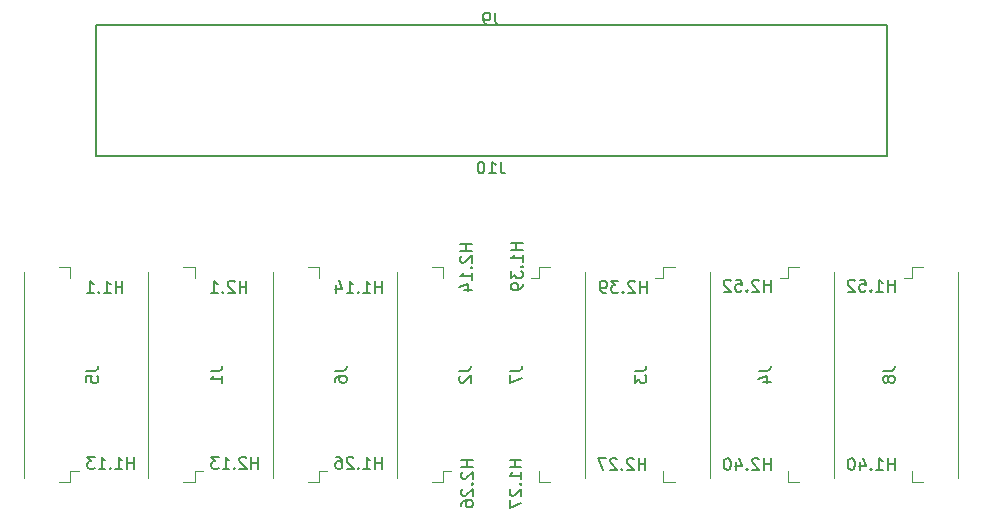
<source format=gbo>
G04 #@! TF.GenerationSoftware,KiCad,Pcbnew,7.0.9-1.fc38*
G04 #@! TF.CreationDate,2023-11-17T02:49:10-03:00*
G04 #@! TF.ProjectId,pc104-adapter-top,70633130-342d-4616-9461-707465722d74,v2.1*
G04 #@! TF.SameCoordinates,Original*
G04 #@! TF.FileFunction,Legend,Bot*
G04 #@! TF.FilePolarity,Positive*
%FSLAX46Y46*%
G04 Gerber Fmt 4.6, Leading zero omitted, Abs format (unit mm)*
G04 Created by KiCad (PCBNEW 7.0.9-1.fc38) date 2023-11-17 02:49:10*
%MOMM*%
%LPD*%
G01*
G04 APERTURE LIST*
%ADD10C,0.160000*%
%ADD11C,0.150000*%
%ADD12C,0.120000*%
G04 APERTURE END LIST*
D10*
X113430000Y-52916000D02*
X113430000Y-63976000D01*
X180370000Y-52916000D02*
X113430000Y-52916000D01*
X113430000Y-63976000D02*
X180370000Y-63976000D01*
X180370000Y-63976000D02*
X180370000Y-52916000D01*
X170552380Y-75454299D02*
X170552380Y-74454299D01*
X170552380Y-74930489D02*
X169980952Y-74930489D01*
X169980952Y-75454299D02*
X169980952Y-74454299D01*
X169552380Y-74549537D02*
X169504761Y-74501918D01*
X169504761Y-74501918D02*
X169409523Y-74454299D01*
X169409523Y-74454299D02*
X169171428Y-74454299D01*
X169171428Y-74454299D02*
X169076190Y-74501918D01*
X169076190Y-74501918D02*
X169028571Y-74549537D01*
X169028571Y-74549537D02*
X168980952Y-74644775D01*
X168980952Y-74644775D02*
X168980952Y-74740013D01*
X168980952Y-74740013D02*
X169028571Y-74882870D01*
X169028571Y-74882870D02*
X169599999Y-75454299D01*
X169599999Y-75454299D02*
X168980952Y-75454299D01*
X168552380Y-75359060D02*
X168504761Y-75406680D01*
X168504761Y-75406680D02*
X168552380Y-75454299D01*
X168552380Y-75454299D02*
X168599999Y-75406680D01*
X168599999Y-75406680D02*
X168552380Y-75359060D01*
X168552380Y-75359060D02*
X168552380Y-75454299D01*
X167600000Y-74454299D02*
X168076190Y-74454299D01*
X168076190Y-74454299D02*
X168123809Y-74930489D01*
X168123809Y-74930489D02*
X168076190Y-74882870D01*
X168076190Y-74882870D02*
X167980952Y-74835251D01*
X167980952Y-74835251D02*
X167742857Y-74835251D01*
X167742857Y-74835251D02*
X167647619Y-74882870D01*
X167647619Y-74882870D02*
X167600000Y-74930489D01*
X167600000Y-74930489D02*
X167552381Y-75025727D01*
X167552381Y-75025727D02*
X167552381Y-75263822D01*
X167552381Y-75263822D02*
X167600000Y-75359060D01*
X167600000Y-75359060D02*
X167647619Y-75406680D01*
X167647619Y-75406680D02*
X167742857Y-75454299D01*
X167742857Y-75454299D02*
X167980952Y-75454299D01*
X167980952Y-75454299D02*
X168076190Y-75406680D01*
X168076190Y-75406680D02*
X168123809Y-75359060D01*
X167171428Y-74549537D02*
X167123809Y-74501918D01*
X167123809Y-74501918D02*
X167028571Y-74454299D01*
X167028571Y-74454299D02*
X166790476Y-74454299D01*
X166790476Y-74454299D02*
X166695238Y-74501918D01*
X166695238Y-74501918D02*
X166647619Y-74549537D01*
X166647619Y-74549537D02*
X166600000Y-74644775D01*
X166600000Y-74644775D02*
X166600000Y-74740013D01*
X166600000Y-74740013D02*
X166647619Y-74882870D01*
X166647619Y-74882870D02*
X167219047Y-75454299D01*
X167219047Y-75454299D02*
X166600000Y-75454299D01*
X145254299Y-71447619D02*
X144254299Y-71447619D01*
X144730489Y-71447619D02*
X144730489Y-72019047D01*
X145254299Y-72019047D02*
X144254299Y-72019047D01*
X144349537Y-72447619D02*
X144301918Y-72495238D01*
X144301918Y-72495238D02*
X144254299Y-72590476D01*
X144254299Y-72590476D02*
X144254299Y-72828571D01*
X144254299Y-72828571D02*
X144301918Y-72923809D01*
X144301918Y-72923809D02*
X144349537Y-72971428D01*
X144349537Y-72971428D02*
X144444775Y-73019047D01*
X144444775Y-73019047D02*
X144540013Y-73019047D01*
X144540013Y-73019047D02*
X144682870Y-72971428D01*
X144682870Y-72971428D02*
X145254299Y-72400000D01*
X145254299Y-72400000D02*
X145254299Y-73019047D01*
X145159060Y-73447619D02*
X145206680Y-73495238D01*
X145206680Y-73495238D02*
X145254299Y-73447619D01*
X145254299Y-73447619D02*
X145206680Y-73400000D01*
X145206680Y-73400000D02*
X145159060Y-73447619D01*
X145159060Y-73447619D02*
X145254299Y-73447619D01*
X145254299Y-74447618D02*
X145254299Y-73876190D01*
X145254299Y-74161904D02*
X144254299Y-74161904D01*
X144254299Y-74161904D02*
X144397156Y-74066666D01*
X144397156Y-74066666D02*
X144492394Y-73971428D01*
X144492394Y-73971428D02*
X144540013Y-73876190D01*
X144587632Y-75304761D02*
X145254299Y-75304761D01*
X144206680Y-75066666D02*
X144920965Y-74828571D01*
X144920965Y-74828571D02*
X144920965Y-75447618D01*
X159952380Y-90554299D02*
X159952380Y-89554299D01*
X159952380Y-90030489D02*
X159380952Y-90030489D01*
X159380952Y-90554299D02*
X159380952Y-89554299D01*
X158952380Y-89649537D02*
X158904761Y-89601918D01*
X158904761Y-89601918D02*
X158809523Y-89554299D01*
X158809523Y-89554299D02*
X158571428Y-89554299D01*
X158571428Y-89554299D02*
X158476190Y-89601918D01*
X158476190Y-89601918D02*
X158428571Y-89649537D01*
X158428571Y-89649537D02*
X158380952Y-89744775D01*
X158380952Y-89744775D02*
X158380952Y-89840013D01*
X158380952Y-89840013D02*
X158428571Y-89982870D01*
X158428571Y-89982870D02*
X158999999Y-90554299D01*
X158999999Y-90554299D02*
X158380952Y-90554299D01*
X157952380Y-90459060D02*
X157904761Y-90506680D01*
X157904761Y-90506680D02*
X157952380Y-90554299D01*
X157952380Y-90554299D02*
X157999999Y-90506680D01*
X157999999Y-90506680D02*
X157952380Y-90459060D01*
X157952380Y-90459060D02*
X157952380Y-90554299D01*
X157523809Y-89649537D02*
X157476190Y-89601918D01*
X157476190Y-89601918D02*
X157380952Y-89554299D01*
X157380952Y-89554299D02*
X157142857Y-89554299D01*
X157142857Y-89554299D02*
X157047619Y-89601918D01*
X157047619Y-89601918D02*
X157000000Y-89649537D01*
X157000000Y-89649537D02*
X156952381Y-89744775D01*
X156952381Y-89744775D02*
X156952381Y-89840013D01*
X156952381Y-89840013D02*
X157000000Y-89982870D01*
X157000000Y-89982870D02*
X157571428Y-90554299D01*
X157571428Y-90554299D02*
X156952381Y-90554299D01*
X156619047Y-89554299D02*
X155952381Y-89554299D01*
X155952381Y-89554299D02*
X156380952Y-90554299D01*
X181052380Y-90554299D02*
X181052380Y-89554299D01*
X181052380Y-90030489D02*
X180480952Y-90030489D01*
X180480952Y-90554299D02*
X180480952Y-89554299D01*
X179480952Y-90554299D02*
X180052380Y-90554299D01*
X179766666Y-90554299D02*
X179766666Y-89554299D01*
X179766666Y-89554299D02*
X179861904Y-89697156D01*
X179861904Y-89697156D02*
X179957142Y-89792394D01*
X179957142Y-89792394D02*
X180052380Y-89840013D01*
X179052380Y-90459060D02*
X179004761Y-90506680D01*
X179004761Y-90506680D02*
X179052380Y-90554299D01*
X179052380Y-90554299D02*
X179099999Y-90506680D01*
X179099999Y-90506680D02*
X179052380Y-90459060D01*
X179052380Y-90459060D02*
X179052380Y-90554299D01*
X178147619Y-89887632D02*
X178147619Y-90554299D01*
X178385714Y-89506680D02*
X178623809Y-90220965D01*
X178623809Y-90220965D02*
X178004762Y-90220965D01*
X177433333Y-89554299D02*
X177338095Y-89554299D01*
X177338095Y-89554299D02*
X177242857Y-89601918D01*
X177242857Y-89601918D02*
X177195238Y-89649537D01*
X177195238Y-89649537D02*
X177147619Y-89744775D01*
X177147619Y-89744775D02*
X177100000Y-89935251D01*
X177100000Y-89935251D02*
X177100000Y-90173346D01*
X177100000Y-90173346D02*
X177147619Y-90363822D01*
X177147619Y-90363822D02*
X177195238Y-90459060D01*
X177195238Y-90459060D02*
X177242857Y-90506680D01*
X177242857Y-90506680D02*
X177338095Y-90554299D01*
X177338095Y-90554299D02*
X177433333Y-90554299D01*
X177433333Y-90554299D02*
X177528571Y-90506680D01*
X177528571Y-90506680D02*
X177576190Y-90459060D01*
X177576190Y-90459060D02*
X177623809Y-90363822D01*
X177623809Y-90363822D02*
X177671428Y-90173346D01*
X177671428Y-90173346D02*
X177671428Y-89935251D01*
X177671428Y-89935251D02*
X177623809Y-89744775D01*
X177623809Y-89744775D02*
X177576190Y-89649537D01*
X177576190Y-89649537D02*
X177528571Y-89601918D01*
X177528571Y-89601918D02*
X177433333Y-89554299D01*
X149454299Y-89747619D02*
X148454299Y-89747619D01*
X148930489Y-89747619D02*
X148930489Y-90319047D01*
X149454299Y-90319047D02*
X148454299Y-90319047D01*
X149454299Y-91319047D02*
X149454299Y-90747619D01*
X149454299Y-91033333D02*
X148454299Y-91033333D01*
X148454299Y-91033333D02*
X148597156Y-90938095D01*
X148597156Y-90938095D02*
X148692394Y-90842857D01*
X148692394Y-90842857D02*
X148740013Y-90747619D01*
X149359060Y-91747619D02*
X149406680Y-91795238D01*
X149406680Y-91795238D02*
X149454299Y-91747619D01*
X149454299Y-91747619D02*
X149406680Y-91700000D01*
X149406680Y-91700000D02*
X149359060Y-91747619D01*
X149359060Y-91747619D02*
X149454299Y-91747619D01*
X148549537Y-92176190D02*
X148501918Y-92223809D01*
X148501918Y-92223809D02*
X148454299Y-92319047D01*
X148454299Y-92319047D02*
X148454299Y-92557142D01*
X148454299Y-92557142D02*
X148501918Y-92652380D01*
X148501918Y-92652380D02*
X148549537Y-92699999D01*
X148549537Y-92699999D02*
X148644775Y-92747618D01*
X148644775Y-92747618D02*
X148740013Y-92747618D01*
X148740013Y-92747618D02*
X148882870Y-92699999D01*
X148882870Y-92699999D02*
X149454299Y-92128571D01*
X149454299Y-92128571D02*
X149454299Y-92747618D01*
X148454299Y-93080952D02*
X148454299Y-93747618D01*
X148454299Y-93747618D02*
X149454299Y-93319047D01*
X116652380Y-90454299D02*
X116652380Y-89454299D01*
X116652380Y-89930489D02*
X116080952Y-89930489D01*
X116080952Y-90454299D02*
X116080952Y-89454299D01*
X115080952Y-90454299D02*
X115652380Y-90454299D01*
X115366666Y-90454299D02*
X115366666Y-89454299D01*
X115366666Y-89454299D02*
X115461904Y-89597156D01*
X115461904Y-89597156D02*
X115557142Y-89692394D01*
X115557142Y-89692394D02*
X115652380Y-89740013D01*
X114652380Y-90359060D02*
X114604761Y-90406680D01*
X114604761Y-90406680D02*
X114652380Y-90454299D01*
X114652380Y-90454299D02*
X114699999Y-90406680D01*
X114699999Y-90406680D02*
X114652380Y-90359060D01*
X114652380Y-90359060D02*
X114652380Y-90454299D01*
X113652381Y-90454299D02*
X114223809Y-90454299D01*
X113938095Y-90454299D02*
X113938095Y-89454299D01*
X113938095Y-89454299D02*
X114033333Y-89597156D01*
X114033333Y-89597156D02*
X114128571Y-89692394D01*
X114128571Y-89692394D02*
X114223809Y-89740013D01*
X113319047Y-89454299D02*
X112700000Y-89454299D01*
X112700000Y-89454299D02*
X113033333Y-89835251D01*
X113033333Y-89835251D02*
X112890476Y-89835251D01*
X112890476Y-89835251D02*
X112795238Y-89882870D01*
X112795238Y-89882870D02*
X112747619Y-89930489D01*
X112747619Y-89930489D02*
X112700000Y-90025727D01*
X112700000Y-90025727D02*
X112700000Y-90263822D01*
X112700000Y-90263822D02*
X112747619Y-90359060D01*
X112747619Y-90359060D02*
X112795238Y-90406680D01*
X112795238Y-90406680D02*
X112890476Y-90454299D01*
X112890476Y-90454299D02*
X113176190Y-90454299D01*
X113176190Y-90454299D02*
X113271428Y-90406680D01*
X113271428Y-90406680D02*
X113319047Y-90359060D01*
X181052380Y-75454299D02*
X181052380Y-74454299D01*
X181052380Y-74930489D02*
X180480952Y-74930489D01*
X180480952Y-75454299D02*
X180480952Y-74454299D01*
X179480952Y-75454299D02*
X180052380Y-75454299D01*
X179766666Y-75454299D02*
X179766666Y-74454299D01*
X179766666Y-74454299D02*
X179861904Y-74597156D01*
X179861904Y-74597156D02*
X179957142Y-74692394D01*
X179957142Y-74692394D02*
X180052380Y-74740013D01*
X179052380Y-75359060D02*
X179004761Y-75406680D01*
X179004761Y-75406680D02*
X179052380Y-75454299D01*
X179052380Y-75454299D02*
X179099999Y-75406680D01*
X179099999Y-75406680D02*
X179052380Y-75359060D01*
X179052380Y-75359060D02*
X179052380Y-75454299D01*
X178100000Y-74454299D02*
X178576190Y-74454299D01*
X178576190Y-74454299D02*
X178623809Y-74930489D01*
X178623809Y-74930489D02*
X178576190Y-74882870D01*
X178576190Y-74882870D02*
X178480952Y-74835251D01*
X178480952Y-74835251D02*
X178242857Y-74835251D01*
X178242857Y-74835251D02*
X178147619Y-74882870D01*
X178147619Y-74882870D02*
X178100000Y-74930489D01*
X178100000Y-74930489D02*
X178052381Y-75025727D01*
X178052381Y-75025727D02*
X178052381Y-75263822D01*
X178052381Y-75263822D02*
X178100000Y-75359060D01*
X178100000Y-75359060D02*
X178147619Y-75406680D01*
X178147619Y-75406680D02*
X178242857Y-75454299D01*
X178242857Y-75454299D02*
X178480952Y-75454299D01*
X178480952Y-75454299D02*
X178576190Y-75406680D01*
X178576190Y-75406680D02*
X178623809Y-75359060D01*
X177671428Y-74549537D02*
X177623809Y-74501918D01*
X177623809Y-74501918D02*
X177528571Y-74454299D01*
X177528571Y-74454299D02*
X177290476Y-74454299D01*
X177290476Y-74454299D02*
X177195238Y-74501918D01*
X177195238Y-74501918D02*
X177147619Y-74549537D01*
X177147619Y-74549537D02*
X177100000Y-74644775D01*
X177100000Y-74644775D02*
X177100000Y-74740013D01*
X177100000Y-74740013D02*
X177147619Y-74882870D01*
X177147619Y-74882870D02*
X177719047Y-75454299D01*
X177719047Y-75454299D02*
X177100000Y-75454299D01*
X160052380Y-75554299D02*
X160052380Y-74554299D01*
X160052380Y-75030489D02*
X159480952Y-75030489D01*
X159480952Y-75554299D02*
X159480952Y-74554299D01*
X159052380Y-74649537D02*
X159004761Y-74601918D01*
X159004761Y-74601918D02*
X158909523Y-74554299D01*
X158909523Y-74554299D02*
X158671428Y-74554299D01*
X158671428Y-74554299D02*
X158576190Y-74601918D01*
X158576190Y-74601918D02*
X158528571Y-74649537D01*
X158528571Y-74649537D02*
X158480952Y-74744775D01*
X158480952Y-74744775D02*
X158480952Y-74840013D01*
X158480952Y-74840013D02*
X158528571Y-74982870D01*
X158528571Y-74982870D02*
X159099999Y-75554299D01*
X159099999Y-75554299D02*
X158480952Y-75554299D01*
X158052380Y-75459060D02*
X158004761Y-75506680D01*
X158004761Y-75506680D02*
X158052380Y-75554299D01*
X158052380Y-75554299D02*
X158099999Y-75506680D01*
X158099999Y-75506680D02*
X158052380Y-75459060D01*
X158052380Y-75459060D02*
X158052380Y-75554299D01*
X157671428Y-74554299D02*
X157052381Y-74554299D01*
X157052381Y-74554299D02*
X157385714Y-74935251D01*
X157385714Y-74935251D02*
X157242857Y-74935251D01*
X157242857Y-74935251D02*
X157147619Y-74982870D01*
X157147619Y-74982870D02*
X157100000Y-75030489D01*
X157100000Y-75030489D02*
X157052381Y-75125727D01*
X157052381Y-75125727D02*
X157052381Y-75363822D01*
X157052381Y-75363822D02*
X157100000Y-75459060D01*
X157100000Y-75459060D02*
X157147619Y-75506680D01*
X157147619Y-75506680D02*
X157242857Y-75554299D01*
X157242857Y-75554299D02*
X157528571Y-75554299D01*
X157528571Y-75554299D02*
X157623809Y-75506680D01*
X157623809Y-75506680D02*
X157671428Y-75459060D01*
X156576190Y-75554299D02*
X156385714Y-75554299D01*
X156385714Y-75554299D02*
X156290476Y-75506680D01*
X156290476Y-75506680D02*
X156242857Y-75459060D01*
X156242857Y-75459060D02*
X156147619Y-75316203D01*
X156147619Y-75316203D02*
X156100000Y-75125727D01*
X156100000Y-75125727D02*
X156100000Y-74744775D01*
X156100000Y-74744775D02*
X156147619Y-74649537D01*
X156147619Y-74649537D02*
X156195238Y-74601918D01*
X156195238Y-74601918D02*
X156290476Y-74554299D01*
X156290476Y-74554299D02*
X156480952Y-74554299D01*
X156480952Y-74554299D02*
X156576190Y-74601918D01*
X156576190Y-74601918D02*
X156623809Y-74649537D01*
X156623809Y-74649537D02*
X156671428Y-74744775D01*
X156671428Y-74744775D02*
X156671428Y-74982870D01*
X156671428Y-74982870D02*
X156623809Y-75078108D01*
X156623809Y-75078108D02*
X156576190Y-75125727D01*
X156576190Y-75125727D02*
X156480952Y-75173346D01*
X156480952Y-75173346D02*
X156290476Y-75173346D01*
X156290476Y-75173346D02*
X156195238Y-75125727D01*
X156195238Y-75125727D02*
X156147619Y-75078108D01*
X156147619Y-75078108D02*
X156100000Y-74982870D01*
X145354299Y-89747619D02*
X144354299Y-89747619D01*
X144830489Y-89747619D02*
X144830489Y-90319047D01*
X145354299Y-90319047D02*
X144354299Y-90319047D01*
X144449537Y-90747619D02*
X144401918Y-90795238D01*
X144401918Y-90795238D02*
X144354299Y-90890476D01*
X144354299Y-90890476D02*
X144354299Y-91128571D01*
X144354299Y-91128571D02*
X144401918Y-91223809D01*
X144401918Y-91223809D02*
X144449537Y-91271428D01*
X144449537Y-91271428D02*
X144544775Y-91319047D01*
X144544775Y-91319047D02*
X144640013Y-91319047D01*
X144640013Y-91319047D02*
X144782870Y-91271428D01*
X144782870Y-91271428D02*
X145354299Y-90700000D01*
X145354299Y-90700000D02*
X145354299Y-91319047D01*
X145259060Y-91747619D02*
X145306680Y-91795238D01*
X145306680Y-91795238D02*
X145354299Y-91747619D01*
X145354299Y-91747619D02*
X145306680Y-91700000D01*
X145306680Y-91700000D02*
X145259060Y-91747619D01*
X145259060Y-91747619D02*
X145354299Y-91747619D01*
X144449537Y-92176190D02*
X144401918Y-92223809D01*
X144401918Y-92223809D02*
X144354299Y-92319047D01*
X144354299Y-92319047D02*
X144354299Y-92557142D01*
X144354299Y-92557142D02*
X144401918Y-92652380D01*
X144401918Y-92652380D02*
X144449537Y-92699999D01*
X144449537Y-92699999D02*
X144544775Y-92747618D01*
X144544775Y-92747618D02*
X144640013Y-92747618D01*
X144640013Y-92747618D02*
X144782870Y-92699999D01*
X144782870Y-92699999D02*
X145354299Y-92128571D01*
X145354299Y-92128571D02*
X145354299Y-92747618D01*
X144354299Y-93604761D02*
X144354299Y-93414285D01*
X144354299Y-93414285D02*
X144401918Y-93319047D01*
X144401918Y-93319047D02*
X144449537Y-93271428D01*
X144449537Y-93271428D02*
X144592394Y-93176190D01*
X144592394Y-93176190D02*
X144782870Y-93128571D01*
X144782870Y-93128571D02*
X145163822Y-93128571D01*
X145163822Y-93128571D02*
X145259060Y-93176190D01*
X145259060Y-93176190D02*
X145306680Y-93223809D01*
X145306680Y-93223809D02*
X145354299Y-93319047D01*
X145354299Y-93319047D02*
X145354299Y-93509523D01*
X145354299Y-93509523D02*
X145306680Y-93604761D01*
X145306680Y-93604761D02*
X145259060Y-93652380D01*
X145259060Y-93652380D02*
X145163822Y-93699999D01*
X145163822Y-93699999D02*
X144925727Y-93699999D01*
X144925727Y-93699999D02*
X144830489Y-93652380D01*
X144830489Y-93652380D02*
X144782870Y-93604761D01*
X144782870Y-93604761D02*
X144735251Y-93509523D01*
X144735251Y-93509523D02*
X144735251Y-93319047D01*
X144735251Y-93319047D02*
X144782870Y-93223809D01*
X144782870Y-93223809D02*
X144830489Y-93176190D01*
X144830489Y-93176190D02*
X144925727Y-93128571D01*
X127152380Y-90454299D02*
X127152380Y-89454299D01*
X127152380Y-89930489D02*
X126580952Y-89930489D01*
X126580952Y-90454299D02*
X126580952Y-89454299D01*
X126152380Y-89549537D02*
X126104761Y-89501918D01*
X126104761Y-89501918D02*
X126009523Y-89454299D01*
X126009523Y-89454299D02*
X125771428Y-89454299D01*
X125771428Y-89454299D02*
X125676190Y-89501918D01*
X125676190Y-89501918D02*
X125628571Y-89549537D01*
X125628571Y-89549537D02*
X125580952Y-89644775D01*
X125580952Y-89644775D02*
X125580952Y-89740013D01*
X125580952Y-89740013D02*
X125628571Y-89882870D01*
X125628571Y-89882870D02*
X126199999Y-90454299D01*
X126199999Y-90454299D02*
X125580952Y-90454299D01*
X125152380Y-90359060D02*
X125104761Y-90406680D01*
X125104761Y-90406680D02*
X125152380Y-90454299D01*
X125152380Y-90454299D02*
X125199999Y-90406680D01*
X125199999Y-90406680D02*
X125152380Y-90359060D01*
X125152380Y-90359060D02*
X125152380Y-90454299D01*
X124152381Y-90454299D02*
X124723809Y-90454299D01*
X124438095Y-90454299D02*
X124438095Y-89454299D01*
X124438095Y-89454299D02*
X124533333Y-89597156D01*
X124533333Y-89597156D02*
X124628571Y-89692394D01*
X124628571Y-89692394D02*
X124723809Y-89740013D01*
X123819047Y-89454299D02*
X123200000Y-89454299D01*
X123200000Y-89454299D02*
X123533333Y-89835251D01*
X123533333Y-89835251D02*
X123390476Y-89835251D01*
X123390476Y-89835251D02*
X123295238Y-89882870D01*
X123295238Y-89882870D02*
X123247619Y-89930489D01*
X123247619Y-89930489D02*
X123200000Y-90025727D01*
X123200000Y-90025727D02*
X123200000Y-90263822D01*
X123200000Y-90263822D02*
X123247619Y-90359060D01*
X123247619Y-90359060D02*
X123295238Y-90406680D01*
X123295238Y-90406680D02*
X123390476Y-90454299D01*
X123390476Y-90454299D02*
X123676190Y-90454299D01*
X123676190Y-90454299D02*
X123771428Y-90406680D01*
X123771428Y-90406680D02*
X123819047Y-90359060D01*
X149554299Y-71347619D02*
X148554299Y-71347619D01*
X149030489Y-71347619D02*
X149030489Y-71919047D01*
X149554299Y-71919047D02*
X148554299Y-71919047D01*
X149554299Y-72919047D02*
X149554299Y-72347619D01*
X149554299Y-72633333D02*
X148554299Y-72633333D01*
X148554299Y-72633333D02*
X148697156Y-72538095D01*
X148697156Y-72538095D02*
X148792394Y-72442857D01*
X148792394Y-72442857D02*
X148840013Y-72347619D01*
X149459060Y-73347619D02*
X149506680Y-73395238D01*
X149506680Y-73395238D02*
X149554299Y-73347619D01*
X149554299Y-73347619D02*
X149506680Y-73300000D01*
X149506680Y-73300000D02*
X149459060Y-73347619D01*
X149459060Y-73347619D02*
X149554299Y-73347619D01*
X148554299Y-73728571D02*
X148554299Y-74347618D01*
X148554299Y-74347618D02*
X148935251Y-74014285D01*
X148935251Y-74014285D02*
X148935251Y-74157142D01*
X148935251Y-74157142D02*
X148982870Y-74252380D01*
X148982870Y-74252380D02*
X149030489Y-74299999D01*
X149030489Y-74299999D02*
X149125727Y-74347618D01*
X149125727Y-74347618D02*
X149363822Y-74347618D01*
X149363822Y-74347618D02*
X149459060Y-74299999D01*
X149459060Y-74299999D02*
X149506680Y-74252380D01*
X149506680Y-74252380D02*
X149554299Y-74157142D01*
X149554299Y-74157142D02*
X149554299Y-73871428D01*
X149554299Y-73871428D02*
X149506680Y-73776190D01*
X149506680Y-73776190D02*
X149459060Y-73728571D01*
X149554299Y-74823809D02*
X149554299Y-75014285D01*
X149554299Y-75014285D02*
X149506680Y-75109523D01*
X149506680Y-75109523D02*
X149459060Y-75157142D01*
X149459060Y-75157142D02*
X149316203Y-75252380D01*
X149316203Y-75252380D02*
X149125727Y-75299999D01*
X149125727Y-75299999D02*
X148744775Y-75299999D01*
X148744775Y-75299999D02*
X148649537Y-75252380D01*
X148649537Y-75252380D02*
X148601918Y-75204761D01*
X148601918Y-75204761D02*
X148554299Y-75109523D01*
X148554299Y-75109523D02*
X148554299Y-74919047D01*
X148554299Y-74919047D02*
X148601918Y-74823809D01*
X148601918Y-74823809D02*
X148649537Y-74776190D01*
X148649537Y-74776190D02*
X148744775Y-74728571D01*
X148744775Y-74728571D02*
X148982870Y-74728571D01*
X148982870Y-74728571D02*
X149078108Y-74776190D01*
X149078108Y-74776190D02*
X149125727Y-74823809D01*
X149125727Y-74823809D02*
X149173346Y-74919047D01*
X149173346Y-74919047D02*
X149173346Y-75109523D01*
X149173346Y-75109523D02*
X149125727Y-75204761D01*
X149125727Y-75204761D02*
X149078108Y-75252380D01*
X149078108Y-75252380D02*
X148982870Y-75299999D01*
X170552380Y-90554299D02*
X170552380Y-89554299D01*
X170552380Y-90030489D02*
X169980952Y-90030489D01*
X169980952Y-90554299D02*
X169980952Y-89554299D01*
X169552380Y-89649537D02*
X169504761Y-89601918D01*
X169504761Y-89601918D02*
X169409523Y-89554299D01*
X169409523Y-89554299D02*
X169171428Y-89554299D01*
X169171428Y-89554299D02*
X169076190Y-89601918D01*
X169076190Y-89601918D02*
X169028571Y-89649537D01*
X169028571Y-89649537D02*
X168980952Y-89744775D01*
X168980952Y-89744775D02*
X168980952Y-89840013D01*
X168980952Y-89840013D02*
X169028571Y-89982870D01*
X169028571Y-89982870D02*
X169599999Y-90554299D01*
X169599999Y-90554299D02*
X168980952Y-90554299D01*
X168552380Y-90459060D02*
X168504761Y-90506680D01*
X168504761Y-90506680D02*
X168552380Y-90554299D01*
X168552380Y-90554299D02*
X168599999Y-90506680D01*
X168599999Y-90506680D02*
X168552380Y-90459060D01*
X168552380Y-90459060D02*
X168552380Y-90554299D01*
X167647619Y-89887632D02*
X167647619Y-90554299D01*
X167885714Y-89506680D02*
X168123809Y-90220965D01*
X168123809Y-90220965D02*
X167504762Y-90220965D01*
X166933333Y-89554299D02*
X166838095Y-89554299D01*
X166838095Y-89554299D02*
X166742857Y-89601918D01*
X166742857Y-89601918D02*
X166695238Y-89649537D01*
X166695238Y-89649537D02*
X166647619Y-89744775D01*
X166647619Y-89744775D02*
X166600000Y-89935251D01*
X166600000Y-89935251D02*
X166600000Y-90173346D01*
X166600000Y-90173346D02*
X166647619Y-90363822D01*
X166647619Y-90363822D02*
X166695238Y-90459060D01*
X166695238Y-90459060D02*
X166742857Y-90506680D01*
X166742857Y-90506680D02*
X166838095Y-90554299D01*
X166838095Y-90554299D02*
X166933333Y-90554299D01*
X166933333Y-90554299D02*
X167028571Y-90506680D01*
X167028571Y-90506680D02*
X167076190Y-90459060D01*
X167076190Y-90459060D02*
X167123809Y-90363822D01*
X167123809Y-90363822D02*
X167171428Y-90173346D01*
X167171428Y-90173346D02*
X167171428Y-89935251D01*
X167171428Y-89935251D02*
X167123809Y-89744775D01*
X167123809Y-89744775D02*
X167076190Y-89649537D01*
X167076190Y-89649537D02*
X167028571Y-89601918D01*
X167028571Y-89601918D02*
X166933333Y-89554299D01*
X126176189Y-75554299D02*
X126176189Y-74554299D01*
X126176189Y-75030489D02*
X125604761Y-75030489D01*
X125604761Y-75554299D02*
X125604761Y-74554299D01*
X125176189Y-74649537D02*
X125128570Y-74601918D01*
X125128570Y-74601918D02*
X125033332Y-74554299D01*
X125033332Y-74554299D02*
X124795237Y-74554299D01*
X124795237Y-74554299D02*
X124699999Y-74601918D01*
X124699999Y-74601918D02*
X124652380Y-74649537D01*
X124652380Y-74649537D02*
X124604761Y-74744775D01*
X124604761Y-74744775D02*
X124604761Y-74840013D01*
X124604761Y-74840013D02*
X124652380Y-74982870D01*
X124652380Y-74982870D02*
X125223808Y-75554299D01*
X125223808Y-75554299D02*
X124604761Y-75554299D01*
X124176189Y-75459060D02*
X124128570Y-75506680D01*
X124128570Y-75506680D02*
X124176189Y-75554299D01*
X124176189Y-75554299D02*
X124223808Y-75506680D01*
X124223808Y-75506680D02*
X124176189Y-75459060D01*
X124176189Y-75459060D02*
X124176189Y-75554299D01*
X123176190Y-75554299D02*
X123747618Y-75554299D01*
X123461904Y-75554299D02*
X123461904Y-74554299D01*
X123461904Y-74554299D02*
X123557142Y-74697156D01*
X123557142Y-74697156D02*
X123652380Y-74792394D01*
X123652380Y-74792394D02*
X123747618Y-74840013D01*
X137652380Y-75554299D02*
X137652380Y-74554299D01*
X137652380Y-75030489D02*
X137080952Y-75030489D01*
X137080952Y-75554299D02*
X137080952Y-74554299D01*
X136080952Y-75554299D02*
X136652380Y-75554299D01*
X136366666Y-75554299D02*
X136366666Y-74554299D01*
X136366666Y-74554299D02*
X136461904Y-74697156D01*
X136461904Y-74697156D02*
X136557142Y-74792394D01*
X136557142Y-74792394D02*
X136652380Y-74840013D01*
X135652380Y-75459060D02*
X135604761Y-75506680D01*
X135604761Y-75506680D02*
X135652380Y-75554299D01*
X135652380Y-75554299D02*
X135699999Y-75506680D01*
X135699999Y-75506680D02*
X135652380Y-75459060D01*
X135652380Y-75459060D02*
X135652380Y-75554299D01*
X134652381Y-75554299D02*
X135223809Y-75554299D01*
X134938095Y-75554299D02*
X134938095Y-74554299D01*
X134938095Y-74554299D02*
X135033333Y-74697156D01*
X135033333Y-74697156D02*
X135128571Y-74792394D01*
X135128571Y-74792394D02*
X135223809Y-74840013D01*
X133795238Y-74887632D02*
X133795238Y-75554299D01*
X134033333Y-74506680D02*
X134271428Y-75220965D01*
X134271428Y-75220965D02*
X133652381Y-75220965D01*
X137652380Y-90454299D02*
X137652380Y-89454299D01*
X137652380Y-89930489D02*
X137080952Y-89930489D01*
X137080952Y-90454299D02*
X137080952Y-89454299D01*
X136080952Y-90454299D02*
X136652380Y-90454299D01*
X136366666Y-90454299D02*
X136366666Y-89454299D01*
X136366666Y-89454299D02*
X136461904Y-89597156D01*
X136461904Y-89597156D02*
X136557142Y-89692394D01*
X136557142Y-89692394D02*
X136652380Y-89740013D01*
X135652380Y-90359060D02*
X135604761Y-90406680D01*
X135604761Y-90406680D02*
X135652380Y-90454299D01*
X135652380Y-90454299D02*
X135699999Y-90406680D01*
X135699999Y-90406680D02*
X135652380Y-90359060D01*
X135652380Y-90359060D02*
X135652380Y-90454299D01*
X135223809Y-89549537D02*
X135176190Y-89501918D01*
X135176190Y-89501918D02*
X135080952Y-89454299D01*
X135080952Y-89454299D02*
X134842857Y-89454299D01*
X134842857Y-89454299D02*
X134747619Y-89501918D01*
X134747619Y-89501918D02*
X134700000Y-89549537D01*
X134700000Y-89549537D02*
X134652381Y-89644775D01*
X134652381Y-89644775D02*
X134652381Y-89740013D01*
X134652381Y-89740013D02*
X134700000Y-89882870D01*
X134700000Y-89882870D02*
X135271428Y-90454299D01*
X135271428Y-90454299D02*
X134652381Y-90454299D01*
X133795238Y-89454299D02*
X133985714Y-89454299D01*
X133985714Y-89454299D02*
X134080952Y-89501918D01*
X134080952Y-89501918D02*
X134128571Y-89549537D01*
X134128571Y-89549537D02*
X134223809Y-89692394D01*
X134223809Y-89692394D02*
X134271428Y-89882870D01*
X134271428Y-89882870D02*
X134271428Y-90263822D01*
X134271428Y-90263822D02*
X134223809Y-90359060D01*
X134223809Y-90359060D02*
X134176190Y-90406680D01*
X134176190Y-90406680D02*
X134080952Y-90454299D01*
X134080952Y-90454299D02*
X133890476Y-90454299D01*
X133890476Y-90454299D02*
X133795238Y-90406680D01*
X133795238Y-90406680D02*
X133747619Y-90359060D01*
X133747619Y-90359060D02*
X133700000Y-90263822D01*
X133700000Y-90263822D02*
X133700000Y-90025727D01*
X133700000Y-90025727D02*
X133747619Y-89930489D01*
X133747619Y-89930489D02*
X133795238Y-89882870D01*
X133795238Y-89882870D02*
X133890476Y-89835251D01*
X133890476Y-89835251D02*
X134080952Y-89835251D01*
X134080952Y-89835251D02*
X134176190Y-89882870D01*
X134176190Y-89882870D02*
X134223809Y-89930489D01*
X134223809Y-89930489D02*
X134271428Y-90025727D01*
X115676189Y-75554299D02*
X115676189Y-74554299D01*
X115676189Y-75030489D02*
X115104761Y-75030489D01*
X115104761Y-75554299D02*
X115104761Y-74554299D01*
X114104761Y-75554299D02*
X114676189Y-75554299D01*
X114390475Y-75554299D02*
X114390475Y-74554299D01*
X114390475Y-74554299D02*
X114485713Y-74697156D01*
X114485713Y-74697156D02*
X114580951Y-74792394D01*
X114580951Y-74792394D02*
X114676189Y-74840013D01*
X113676189Y-75459060D02*
X113628570Y-75506680D01*
X113628570Y-75506680D02*
X113676189Y-75554299D01*
X113676189Y-75554299D02*
X113723808Y-75506680D01*
X113723808Y-75506680D02*
X113676189Y-75459060D01*
X113676189Y-75459060D02*
X113676189Y-75554299D01*
X112676190Y-75554299D02*
X113247618Y-75554299D01*
X112961904Y-75554299D02*
X112961904Y-74554299D01*
X112961904Y-74554299D02*
X113057142Y-74697156D01*
X113057142Y-74697156D02*
X113152380Y-74792394D01*
X113152380Y-74792394D02*
X113247618Y-74840013D01*
X147233333Y-51854299D02*
X147233333Y-52568584D01*
X147233333Y-52568584D02*
X147280952Y-52711441D01*
X147280952Y-52711441D02*
X147376190Y-52806680D01*
X147376190Y-52806680D02*
X147519047Y-52854299D01*
X147519047Y-52854299D02*
X147614285Y-52854299D01*
X146709523Y-52854299D02*
X146519047Y-52854299D01*
X146519047Y-52854299D02*
X146423809Y-52806680D01*
X146423809Y-52806680D02*
X146376190Y-52759060D01*
X146376190Y-52759060D02*
X146280952Y-52616203D01*
X146280952Y-52616203D02*
X146233333Y-52425727D01*
X146233333Y-52425727D02*
X146233333Y-52044775D01*
X146233333Y-52044775D02*
X146280952Y-51949537D01*
X146280952Y-51949537D02*
X146328571Y-51901918D01*
X146328571Y-51901918D02*
X146423809Y-51854299D01*
X146423809Y-51854299D02*
X146614285Y-51854299D01*
X146614285Y-51854299D02*
X146709523Y-51901918D01*
X146709523Y-51901918D02*
X146757142Y-51949537D01*
X146757142Y-51949537D02*
X146804761Y-52044775D01*
X146804761Y-52044775D02*
X146804761Y-52282870D01*
X146804761Y-52282870D02*
X146757142Y-52378108D01*
X146757142Y-52378108D02*
X146709523Y-52425727D01*
X146709523Y-52425727D02*
X146614285Y-52473346D01*
X146614285Y-52473346D02*
X146423809Y-52473346D01*
X146423809Y-52473346D02*
X146328571Y-52425727D01*
X146328571Y-52425727D02*
X146280952Y-52378108D01*
X146280952Y-52378108D02*
X146233333Y-52282870D01*
X147709523Y-64454299D02*
X147709523Y-65168584D01*
X147709523Y-65168584D02*
X147757142Y-65311441D01*
X147757142Y-65311441D02*
X147852380Y-65406680D01*
X147852380Y-65406680D02*
X147995237Y-65454299D01*
X147995237Y-65454299D02*
X148090475Y-65454299D01*
X146709523Y-65454299D02*
X147280951Y-65454299D01*
X146995237Y-65454299D02*
X146995237Y-64454299D01*
X146995237Y-64454299D02*
X147090475Y-64597156D01*
X147090475Y-64597156D02*
X147185713Y-64692394D01*
X147185713Y-64692394D02*
X147280951Y-64740013D01*
X146090475Y-64454299D02*
X145995237Y-64454299D01*
X145995237Y-64454299D02*
X145899999Y-64501918D01*
X145899999Y-64501918D02*
X145852380Y-64549537D01*
X145852380Y-64549537D02*
X145804761Y-64644775D01*
X145804761Y-64644775D02*
X145757142Y-64835251D01*
X145757142Y-64835251D02*
X145757142Y-65073346D01*
X145757142Y-65073346D02*
X145804761Y-65263822D01*
X145804761Y-65263822D02*
X145852380Y-65359060D01*
X145852380Y-65359060D02*
X145899999Y-65406680D01*
X145899999Y-65406680D02*
X145995237Y-65454299D01*
X145995237Y-65454299D02*
X146090475Y-65454299D01*
X146090475Y-65454299D02*
X146185713Y-65406680D01*
X146185713Y-65406680D02*
X146233332Y-65359060D01*
X146233332Y-65359060D02*
X146280951Y-65263822D01*
X146280951Y-65263822D02*
X146328570Y-65073346D01*
X146328570Y-65073346D02*
X146328570Y-64835251D01*
X146328570Y-64835251D02*
X146280951Y-64644775D01*
X146280951Y-64644775D02*
X146233332Y-64549537D01*
X146233332Y-64549537D02*
X146185713Y-64501918D01*
X146185713Y-64501918D02*
X146090475Y-64454299D01*
D11*
X123139819Y-82166666D02*
X123854104Y-82166666D01*
X123854104Y-82166666D02*
X123996961Y-82119047D01*
X123996961Y-82119047D02*
X124092200Y-82023809D01*
X124092200Y-82023809D02*
X124139819Y-81880952D01*
X124139819Y-81880952D02*
X124139819Y-81785714D01*
X124139819Y-83166666D02*
X124139819Y-82595238D01*
X124139819Y-82880952D02*
X123139819Y-82880952D01*
X123139819Y-82880952D02*
X123282676Y-82785714D01*
X123282676Y-82785714D02*
X123377914Y-82690476D01*
X123377914Y-82690476D02*
X123425533Y-82595238D01*
X144188819Y-82166666D02*
X144903104Y-82166666D01*
X144903104Y-82166666D02*
X145045961Y-82119047D01*
X145045961Y-82119047D02*
X145141200Y-82023809D01*
X145141200Y-82023809D02*
X145188819Y-81880952D01*
X145188819Y-81880952D02*
X145188819Y-81785714D01*
X144284057Y-82595238D02*
X144236438Y-82642857D01*
X144236438Y-82642857D02*
X144188819Y-82738095D01*
X144188819Y-82738095D02*
X144188819Y-82976190D01*
X144188819Y-82976190D02*
X144236438Y-83071428D01*
X144236438Y-83071428D02*
X144284057Y-83119047D01*
X144284057Y-83119047D02*
X144379295Y-83166666D01*
X144379295Y-83166666D02*
X144474533Y-83166666D01*
X144474533Y-83166666D02*
X144617390Y-83119047D01*
X144617390Y-83119047D02*
X145188819Y-82547619D01*
X145188819Y-82547619D02*
X145188819Y-83166666D01*
X159037819Y-82166666D02*
X159752104Y-82166666D01*
X159752104Y-82166666D02*
X159894961Y-82119047D01*
X159894961Y-82119047D02*
X159990200Y-82023809D01*
X159990200Y-82023809D02*
X160037819Y-81880952D01*
X160037819Y-81880952D02*
X160037819Y-81785714D01*
X159037819Y-82547619D02*
X159037819Y-83166666D01*
X159037819Y-83166666D02*
X159418771Y-82833333D01*
X159418771Y-82833333D02*
X159418771Y-82976190D01*
X159418771Y-82976190D02*
X159466390Y-83071428D01*
X159466390Y-83071428D02*
X159514009Y-83119047D01*
X159514009Y-83119047D02*
X159609247Y-83166666D01*
X159609247Y-83166666D02*
X159847342Y-83166666D01*
X159847342Y-83166666D02*
X159942580Y-83119047D01*
X159942580Y-83119047D02*
X159990200Y-83071428D01*
X159990200Y-83071428D02*
X160037819Y-82976190D01*
X160037819Y-82976190D02*
X160037819Y-82690476D01*
X160037819Y-82690476D02*
X159990200Y-82595238D01*
X159990200Y-82595238D02*
X159942580Y-82547619D01*
X169562819Y-82166666D02*
X170277104Y-82166666D01*
X170277104Y-82166666D02*
X170419961Y-82119047D01*
X170419961Y-82119047D02*
X170515200Y-82023809D01*
X170515200Y-82023809D02*
X170562819Y-81880952D01*
X170562819Y-81880952D02*
X170562819Y-81785714D01*
X169896152Y-83071428D02*
X170562819Y-83071428D01*
X169515200Y-82833333D02*
X170229485Y-82595238D01*
X170229485Y-82595238D02*
X170229485Y-83214285D01*
X112614819Y-82166666D02*
X113329104Y-82166666D01*
X113329104Y-82166666D02*
X113471961Y-82119047D01*
X113471961Y-82119047D02*
X113567200Y-82023809D01*
X113567200Y-82023809D02*
X113614819Y-81880952D01*
X113614819Y-81880952D02*
X113614819Y-81785714D01*
X112614819Y-83119047D02*
X112614819Y-82642857D01*
X112614819Y-82642857D02*
X113091009Y-82595238D01*
X113091009Y-82595238D02*
X113043390Y-82642857D01*
X113043390Y-82642857D02*
X112995771Y-82738095D01*
X112995771Y-82738095D02*
X112995771Y-82976190D01*
X112995771Y-82976190D02*
X113043390Y-83071428D01*
X113043390Y-83071428D02*
X113091009Y-83119047D01*
X113091009Y-83119047D02*
X113186247Y-83166666D01*
X113186247Y-83166666D02*
X113424342Y-83166666D01*
X113424342Y-83166666D02*
X113519580Y-83119047D01*
X113519580Y-83119047D02*
X113567200Y-83071428D01*
X113567200Y-83071428D02*
X113614819Y-82976190D01*
X113614819Y-82976190D02*
X113614819Y-82738095D01*
X113614819Y-82738095D02*
X113567200Y-82642857D01*
X113567200Y-82642857D02*
X113519580Y-82595238D01*
X133663819Y-82166666D02*
X134378104Y-82166666D01*
X134378104Y-82166666D02*
X134520961Y-82119047D01*
X134520961Y-82119047D02*
X134616200Y-82023809D01*
X134616200Y-82023809D02*
X134663819Y-81880952D01*
X134663819Y-81880952D02*
X134663819Y-81785714D01*
X133663819Y-83071428D02*
X133663819Y-82880952D01*
X133663819Y-82880952D02*
X133711438Y-82785714D01*
X133711438Y-82785714D02*
X133759057Y-82738095D01*
X133759057Y-82738095D02*
X133901914Y-82642857D01*
X133901914Y-82642857D02*
X134092390Y-82595238D01*
X134092390Y-82595238D02*
X134473342Y-82595238D01*
X134473342Y-82595238D02*
X134568580Y-82642857D01*
X134568580Y-82642857D02*
X134616200Y-82690476D01*
X134616200Y-82690476D02*
X134663819Y-82785714D01*
X134663819Y-82785714D02*
X134663819Y-82976190D01*
X134663819Y-82976190D02*
X134616200Y-83071428D01*
X134616200Y-83071428D02*
X134568580Y-83119047D01*
X134568580Y-83119047D02*
X134473342Y-83166666D01*
X134473342Y-83166666D02*
X134235247Y-83166666D01*
X134235247Y-83166666D02*
X134140009Y-83119047D01*
X134140009Y-83119047D02*
X134092390Y-83071428D01*
X134092390Y-83071428D02*
X134044771Y-82976190D01*
X134044771Y-82976190D02*
X134044771Y-82785714D01*
X134044771Y-82785714D02*
X134092390Y-82690476D01*
X134092390Y-82690476D02*
X134140009Y-82642857D01*
X134140009Y-82642857D02*
X134235247Y-82595238D01*
X148512819Y-82166666D02*
X149227104Y-82166666D01*
X149227104Y-82166666D02*
X149369961Y-82119047D01*
X149369961Y-82119047D02*
X149465200Y-82023809D01*
X149465200Y-82023809D02*
X149512819Y-81880952D01*
X149512819Y-81880952D02*
X149512819Y-81785714D01*
X148512819Y-82547619D02*
X148512819Y-83214285D01*
X148512819Y-83214285D02*
X149512819Y-82785714D01*
X180086819Y-82166666D02*
X180801104Y-82166666D01*
X180801104Y-82166666D02*
X180943961Y-82119047D01*
X180943961Y-82119047D02*
X181039200Y-82023809D01*
X181039200Y-82023809D02*
X181086819Y-81880952D01*
X181086819Y-81880952D02*
X181086819Y-81785714D01*
X180515390Y-82785714D02*
X180467771Y-82690476D01*
X180467771Y-82690476D02*
X180420152Y-82642857D01*
X180420152Y-82642857D02*
X180324914Y-82595238D01*
X180324914Y-82595238D02*
X180277295Y-82595238D01*
X180277295Y-82595238D02*
X180182057Y-82642857D01*
X180182057Y-82642857D02*
X180134438Y-82690476D01*
X180134438Y-82690476D02*
X180086819Y-82785714D01*
X180086819Y-82785714D02*
X180086819Y-82976190D01*
X180086819Y-82976190D02*
X180134438Y-83071428D01*
X180134438Y-83071428D02*
X180182057Y-83119047D01*
X180182057Y-83119047D02*
X180277295Y-83166666D01*
X180277295Y-83166666D02*
X180324914Y-83166666D01*
X180324914Y-83166666D02*
X180420152Y-83119047D01*
X180420152Y-83119047D02*
X180467771Y-83071428D01*
X180467771Y-83071428D02*
X180515390Y-82976190D01*
X180515390Y-82976190D02*
X180515390Y-82785714D01*
X180515390Y-82785714D02*
X180563009Y-82690476D01*
X180563009Y-82690476D02*
X180610628Y-82642857D01*
X180610628Y-82642857D02*
X180705866Y-82595238D01*
X180705866Y-82595238D02*
X180896342Y-82595238D01*
X180896342Y-82595238D02*
X180991580Y-82642857D01*
X180991580Y-82642857D02*
X181039200Y-82690476D01*
X181039200Y-82690476D02*
X181086819Y-82785714D01*
X181086819Y-82785714D02*
X181086819Y-82976190D01*
X181086819Y-82976190D02*
X181039200Y-83071428D01*
X181039200Y-83071428D02*
X180991580Y-83119047D01*
X180991580Y-83119047D02*
X180896342Y-83166666D01*
X180896342Y-83166666D02*
X180705866Y-83166666D01*
X180705866Y-83166666D02*
X180610628Y-83119047D01*
X180610628Y-83119047D02*
X180563009Y-83071428D01*
X180563009Y-83071428D02*
X180515390Y-82976190D01*
D12*
X120845000Y-91610000D02*
X121795000Y-91610000D01*
X121795000Y-91610000D02*
X121795000Y-90660000D01*
X117875000Y-91240000D02*
X117875000Y-73760000D01*
X121795000Y-90660000D02*
X122485000Y-90660000D01*
X120845000Y-73390000D02*
X121795000Y-73390000D01*
X121795000Y-73390000D02*
X121795000Y-74340000D01*
X141894000Y-91610000D02*
X142844000Y-91610000D01*
X142844000Y-91610000D02*
X142844000Y-90660000D01*
X138924000Y-91240000D02*
X138924000Y-73760000D01*
X142844000Y-90660000D02*
X143534000Y-90660000D01*
X141894000Y-73390000D02*
X142844000Y-73390000D01*
X142844000Y-73390000D02*
X142844000Y-74340000D01*
X162423000Y-73390000D02*
X161473000Y-73390000D01*
X161473000Y-73390000D02*
X161473000Y-74340000D01*
X165393000Y-73760000D02*
X165393000Y-91240000D01*
X161473000Y-74340000D02*
X160783000Y-74340000D01*
X162423000Y-91610000D02*
X161473000Y-91610000D01*
X161473000Y-91610000D02*
X161473000Y-90660000D01*
X172948000Y-73390000D02*
X171998000Y-73390000D01*
X171998000Y-73390000D02*
X171998000Y-74340000D01*
X175918000Y-73760000D02*
X175918000Y-91240000D01*
X171998000Y-74340000D02*
X171308000Y-74340000D01*
X172948000Y-91610000D02*
X171998000Y-91610000D01*
X171998000Y-91610000D02*
X171998000Y-90660000D01*
X110320000Y-91610000D02*
X111270000Y-91610000D01*
X111270000Y-91610000D02*
X111270000Y-90660000D01*
X107350000Y-91240000D02*
X107350000Y-73760000D01*
X111270000Y-90660000D02*
X111960000Y-90660000D01*
X110320000Y-73390000D02*
X111270000Y-73390000D01*
X111270000Y-73390000D02*
X111270000Y-74340000D01*
X131369000Y-91610000D02*
X132319000Y-91610000D01*
X132319000Y-91610000D02*
X132319000Y-90660000D01*
X128399000Y-91240000D02*
X128399000Y-73760000D01*
X132319000Y-90660000D02*
X133009000Y-90660000D01*
X131369000Y-73390000D02*
X132319000Y-73390000D01*
X132319000Y-73390000D02*
X132319000Y-74340000D01*
X151898000Y-73390000D02*
X150948000Y-73390000D01*
X150948000Y-73390000D02*
X150948000Y-74340000D01*
X154868000Y-73760000D02*
X154868000Y-91240000D01*
X150948000Y-74340000D02*
X150258000Y-74340000D01*
X151898000Y-91610000D02*
X150948000Y-91610000D01*
X150948000Y-91610000D02*
X150948000Y-90660000D01*
X183472000Y-73390000D02*
X182522000Y-73390000D01*
X182522000Y-73390000D02*
X182522000Y-74340000D01*
X186442000Y-73760000D02*
X186442000Y-91240000D01*
X182522000Y-74340000D02*
X181832000Y-74340000D01*
X183472000Y-91610000D02*
X182522000Y-91610000D01*
X182522000Y-91610000D02*
X182522000Y-90660000D01*
M02*

</source>
